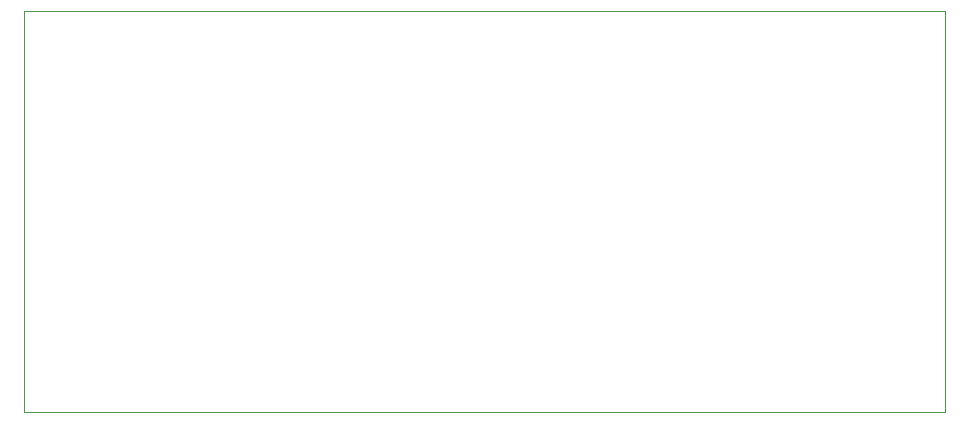
<source format=gbr>
%TF.GenerationSoftware,KiCad,Pcbnew,9.0.5*%
%TF.CreationDate,2025-10-03T12:11:24+01:00*%
%TF.ProjectId,mm_jacdaptor,6d6d5f6a-6163-4646-9170-746f722e6b69,v0.4*%
%TF.SameCoordinates,PX8d24d00PY37ca3a0*%
%TF.FileFunction,Other,User*%
%FSLAX45Y45*%
G04 Gerber Fmt 4.5, Leading zero omitted, Abs format (unit mm)*
G04 Created by KiCad (PCBNEW 9.0.5) date 2025-10-03 12:11:24*
%MOMM*%
%LPD*%
G01*
G04 APERTURE LIST*
%ADD10C,0.100000*%
%ADD11C,0.009990*%
%ADD12C,0.010740*%
%ADD13C,0.020680*%
%ADD14C,0.030950*%
%ADD15C,0.040680*%
%ADD16C,0.050650*%
%ADD17C,0.060840*%
%ADD18C,0.070650*%
%ADD19C,0.010710*%
%ADD20C,0.020780*%
%ADD21C,0.030680*%
%ADD22C,0.040800*%
%ADD23C,0.050870*%
%ADD24C,0.060820*%
G04 APERTURE END LIST*
D10*
X-3900000Y1700000D02*
X3900000Y1700000D01*
X3900000Y-1700000D01*
X-3900000Y-1700000D01*
X-3900000Y1700000D01*
D11*
%TO.C,GS1*%
X3900000Y1100000D02*
X3900000Y1100000D01*
D12*
X3900000Y1100000D02*
X3900000Y1100000D01*
D13*
X3900000Y1100000D02*
X3900000Y1100000D01*
D14*
X3900000Y1100000D02*
X3900000Y1100000D01*
D15*
X3900000Y1100000D02*
X3900000Y1100000D01*
D16*
X3900000Y1100000D02*
X3900000Y1100000D01*
D17*
X3900000Y1100000D02*
X3900000Y1100000D01*
D18*
X3900000Y1100000D02*
X3900000Y1100000D01*
D11*
%TO.C,GS2*%
X3900000Y100000D02*
X3900000Y100000D01*
D19*
X3900000Y100000D02*
X3900000Y100000D01*
D20*
X3900000Y100000D02*
X3900000Y100000D01*
D21*
X3900000Y100000D02*
X3900000Y100000D01*
D11*
%TO.C,GS3*%
X-3900000Y1100000D02*
X-3900000Y1100000D01*
D12*
X-3900000Y1100000D02*
X-3900000Y1100000D01*
D13*
X-3900000Y1100000D02*
X-3900000Y1100000D01*
D14*
X-3900000Y1100000D02*
X-3900000Y1100000D01*
D22*
X-3900000Y1100000D02*
X-3900000Y1100000D01*
D23*
X-3900000Y1100000D02*
X-3900000Y1100000D01*
D24*
X-3900000Y1100000D02*
X-3900000Y1100000D01*
%TD*%
M02*

</source>
